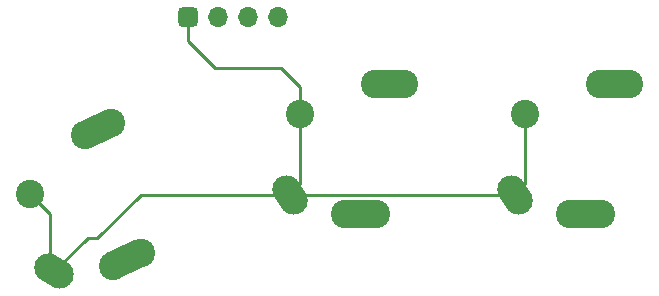
<source format=gtl>
G04 #@! TF.GenerationSoftware,KiCad,Pcbnew,7.0.5*
G04 #@! TF.CreationDate,2023-07-24T08:45:56+08:00*
G04 #@! TF.ProjectId,RT,52542e6b-6963-4616-945f-706362585858,rev?*
G04 #@! TF.SameCoordinates,Original*
G04 #@! TF.FileFunction,Copper,L1,Top*
G04 #@! TF.FilePolarity,Positive*
%FSLAX46Y46*%
G04 Gerber Fmt 4.6, Leading zero omitted, Abs format (unit mm)*
G04 Created by KiCad (PCBNEW 7.0.5) date 2023-07-24 08:45:56*
%MOMM*%
%LPD*%
G01*
G04 APERTURE LIST*
G04 Aperture macros list*
%AMRoundRect*
0 Rectangle with rounded corners*
0 $1 Rounding radius*
0 $2 $3 $4 $5 $6 $7 $8 $9 X,Y pos of 4 corners*
0 Add a 4 corners polygon primitive as box body*
4,1,4,$2,$3,$4,$5,$6,$7,$8,$9,$2,$3,0*
0 Add four circle primitives for the rounded corners*
1,1,$1+$1,$2,$3*
1,1,$1+$1,$4,$5*
1,1,$1+$1,$6,$7*
1,1,$1+$1,$8,$9*
0 Add four rect primitives between the rounded corners*
20,1,$1+$1,$2,$3,$4,$5,0*
20,1,$1+$1,$4,$5,$6,$7,0*
20,1,$1+$1,$6,$7,$8,$9,0*
20,1,$1+$1,$8,$9,$2,$3,0*%
%AMHorizOval*
0 Thick line with rounded ends*
0 $1 width*
0 $2 $3 position (X,Y) of the first rounded end (center of the circle)*
0 $4 $5 position (X,Y) of the second rounded end (center of the circle)*
0 Add line between two ends*
20,1,$1,$2,$3,$4,$5,0*
0 Add two circle primitives to create the rounded ends*
1,1,$1,$2,$3*
1,1,$1,$4,$5*%
%AMOutline4P*
0 Free polygon, 4 corners , with rotation*
0 The origin of the aperture is its center*
0 number of corners: always 4*
0 $1 to $8 corner X, Y*
0 $9 Rotation angle, in degrees counterclockwise*
0 create outline with 4 corners*
4,1,4,$1,$2,$3,$4,$5,$6,$7,$8,$1,$2,$9*%
G04 Aperture macros list end*
G04 #@! TA.AperFunction,ComponentPad*
%ADD10HorizOval,2.400000X-0.469952X0.285736X0.469952X-0.285736X0*%
G04 #@! TD*
G04 #@! TA.AperFunction,ComponentPad*
%ADD11C,2.400000*%
G04 #@! TD*
G04 #@! TA.AperFunction,SMDPad,CuDef*
%ADD12Outline4P,-1.300000X-1.200000X1.300000X-1.200000X1.300000X1.200000X-1.300000X1.200000X25.000000*%
G04 #@! TD*
G04 #@! TA.AperFunction,SMDPad,CuDef*
%ADD13Outline4P,-1.200000X-1.200000X1.200000X-1.200000X1.200000X1.200000X-1.200000X1.200000X25.000000*%
G04 #@! TD*
G04 #@! TA.AperFunction,ComponentPad*
%ADD14RoundRect,0.425000X0.425000X-0.425000X0.425000X0.425000X-0.425000X0.425000X-0.425000X-0.425000X0*%
G04 #@! TD*
G04 #@! TA.AperFunction,ComponentPad*
%ADD15O,1.700000X1.700000*%
G04 #@! TD*
G04 #@! TA.AperFunction,ComponentPad*
%ADD16HorizOval,2.400000X-0.305164X0.457575X0.305164X-0.457575X0*%
G04 #@! TD*
G04 #@! TA.AperFunction,SMDPad,CuDef*
%ADD17Outline4P,-1.300000X-1.200000X1.300000X-1.200000X1.300000X1.200000X-1.300000X1.200000X0.000000*%
G04 #@! TD*
G04 #@! TA.AperFunction,SMDPad,CuDef*
%ADD18Outline4P,-1.200000X-1.200000X1.200000X-1.200000X1.200000X1.200000X-1.200000X1.200000X0.000000*%
G04 #@! TD*
G04 #@! TA.AperFunction,Conductor*
%ADD19C,0.250000*%
G04 #@! TD*
G04 APERTURE END LIST*
D10*
X117393433Y-112206006D03*
D11*
X115330469Y-105676046D03*
X122350400Y-111715108D03*
D12*
X123528600Y-111165704D03*
D11*
X120003621Y-100672272D03*
X124706800Y-110616300D03*
D13*
X121118379Y-100152451D03*
D11*
X122233138Y-99632631D03*
D14*
X128740000Y-90650000D03*
D15*
X131280000Y-90650000D03*
X133820000Y-90650000D03*
X136360000Y-90650000D03*
D16*
X137340000Y-105700000D03*
D11*
X138230000Y-98910000D03*
X142040000Y-107350000D03*
D17*
X143340000Y-107350000D03*
D11*
X144580000Y-96350000D03*
X144640000Y-107350000D03*
D18*
X145810000Y-96350000D03*
D11*
X147040000Y-96350000D03*
D16*
X156390000Y-105700000D03*
D11*
X157280000Y-98910000D03*
X161090000Y-107350000D03*
D17*
X162390000Y-107350000D03*
D11*
X163630000Y-96350000D03*
X163690000Y-107350000D03*
D18*
X164860000Y-96350000D03*
D11*
X166090000Y-96350000D03*
D19*
X156390000Y-105700000D02*
X137340000Y-105700000D01*
X136550000Y-94950000D02*
X138230000Y-96630000D01*
X121040000Y-109370000D02*
X120229439Y-109370000D01*
X138230000Y-98910000D02*
X138230000Y-104810000D01*
X117020000Y-107365577D02*
X117020000Y-111832573D01*
X124700000Y-105710000D02*
X121040000Y-109370000D01*
X157280000Y-98910000D02*
X157280000Y-104810000D01*
X131340000Y-105710000D02*
X124700000Y-105710000D01*
X138230000Y-104810000D02*
X137340000Y-105700000D01*
X138230000Y-96630000D02*
X138230000Y-98910000D01*
X128740000Y-90650000D02*
X128740000Y-92700000D01*
X131340000Y-105710000D02*
X137340000Y-105700000D01*
X130990000Y-94950000D02*
X136550000Y-94950000D01*
X120229439Y-109370000D02*
X117393433Y-112206006D01*
X117020000Y-111832573D02*
X117393433Y-112206006D01*
X128740000Y-92700000D02*
X130990000Y-94950000D01*
X157280000Y-104810000D02*
X156390000Y-105700000D01*
X115330469Y-105676046D02*
X117020000Y-107365577D01*
M02*

</source>
